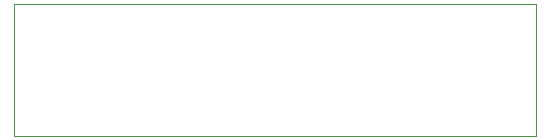
<source format=gbr>
%TF.GenerationSoftware,KiCad,Pcbnew,(6.0.10)*%
%TF.CreationDate,2023-05-07T22:19:00+03:00*%
%TF.ProjectId,Filter,46696c74-6572-42e6-9b69-6361645f7063,rev?*%
%TF.SameCoordinates,Original*%
%TF.FileFunction,Profile,NP*%
%FSLAX46Y46*%
G04 Gerber Fmt 4.6, Leading zero omitted, Abs format (unit mm)*
G04 Created by KiCad (PCBNEW (6.0.10)) date 2023-05-07 22:19:00*
%MOMM*%
%LPD*%
G01*
G04 APERTURE LIST*
%TA.AperFunction,Profile*%
%ADD10C,0.100000*%
%TD*%
G04 APERTURE END LIST*
D10*
X117700000Y-98550000D02*
X161950000Y-98550000D01*
X161950000Y-98550000D02*
X161950000Y-109750000D01*
X161950000Y-109750000D02*
X117700000Y-109750000D01*
X117700000Y-109750000D02*
X117700000Y-98550000D01*
M02*

</source>
